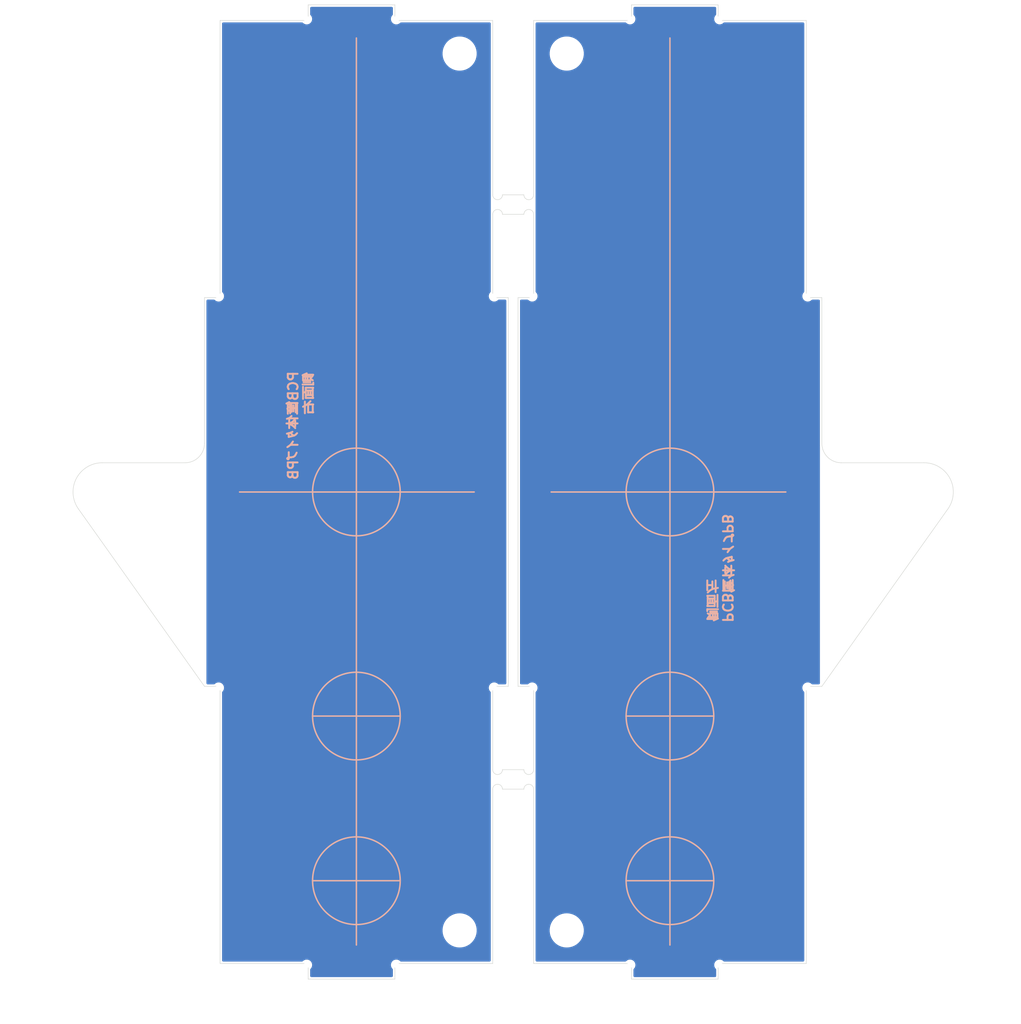
<source format=kicad_pcb>
(kicad_pcb (version 20221018) (generator pcbnew)
  (layers (0 "F.Cu" signal) (31 "B.Cu" signal) (34 "B.Paste" user) (35 "F.Paste" user) (36 "B.SilkS" user "B.Silkscreen") (37 "F.SilkS" user "F.Silkscreen") (38 "B.Mask" user) (39 "F.Mask" user) (44 "Edge.Cuts" user))
  (net 0 "")
  (net 1 "GND")
  (footprint "myFoot:kado_maru" (layer "F.Cu") (at 49 -69.95 -90)
    (fp_text reference "r" hide)
    (fp_text value "h" hide)
    (pad "" np_thru_hole circle (at -0.15 -0.15 270) (size 0.6 0.6) (drill 0.6) (layers "F&B.Cu" "*.Mask"))
  )
  (footprint "myFoot:kado_maru" (layer "F.Cu") (at 38.95 -98.4 -90)
    (fp_text reference "r" hide)
    (fp_text value "h" hide)
    (pad "" np_thru_hole circle (at -0.15 -0.15 270) (size 0.6 0.6) (drill 0.6) (layers "F&B.Cu" "*.Mask"))
  )
  (footprint "myFoot:kado_maru" (layer "F.Cu") (at 81.2 -69.95 -90)
    (fp_text reference "r" hide)
    (fp_text value "h" hide)
    (pad "" np_thru_hole circle (at -0.15 -0.15 270) (size 0.6 0.6) (drill 0.6) (layers "F&B.Cu" "*.Mask"))
  )
  (footprint "myFoot:Hole_0.4mm" (layer "F.Cu") (at 56.6 -95)
    (fp_text reference "r" hide)
    (fp_text value "h" hide)
    (pad "" np_thru_hole circle locked (at 0 0) (size 3 3) (drill 3) (layers "F&B.Cu" "*.Mask"))
  )
  (footprint "myFoot:kado_maru" (layer "F.Cu") (at 49 -30.05 180)
    (fp_text reference "r" hide)
    (fp_text value "h" hide)
    (pad "" np_thru_hole circle (at -0.15 -0.15 180) (size 0.6 0.6) (drill 0.6) (layers "F&B.Cu" "*.Mask"))
  )
  (footprint "myFoot:kado_maru" (layer "F.Cu") (at 53.2 -69.95)
    (fp_text reference "r" hide)
    (fp_text value "h" hide)
    (pad "" np_thru_hole circle (at -0.15 -0.15) (size 0.6 0.6) (drill 0.6) (layers "F&B.Cu" "*.Mask"))
  )
  (footprint "myFoot:kado_maru" (layer "F.Cu") (at 21 -69.95)
    (fp_text reference "r" hide)
    (fp_text value "h" hide)
    (pad "" np_thru_hole circle (at -0.15 -0.15) (size 0.6 0.6) (drill 0.6) (layers "F&B.Cu" "*.Mask"))
  )
  (footprint "myFoot:Hole_0.4mm" (layer "F.Cu") (at 45.6 -95)
    (fp_text reference "r" hide)
    (fp_text value "h" hide)
    (pad "" np_thru_hole circle locked (at 0 0) (size 3 3) (drill 3) (layers "F&B.Cu" "*.Mask"))
  )
  (footprint "myFoot:kado_maru" (layer "F.Cu") (at 81.2 -30.05 180)
    (fp_text reference "r" hide)
    (fp_text value "h" hide)
    (pad "" np_thru_hole circle (at -0.15 -0.15 180) (size 0.6 0.6) (drill 0.6) (layers "F&B.Cu" "*.Mask"))
  )
  (footprint "myFoot:kado_maru" (layer "F.Cu") (at 63.25 -98.4)
    (fp_text reference "r" hide)
    (fp_text value "h" hide)
    (pad "" np_thru_hole circle (at -0.15 -0.15) (size 0.6 0.6) (drill 0.6) (layers "F&B.Cu" "*.Mask"))
  )
  (footprint "myFoot:Hole_0.4mm" (layer "F.Cu") (at 45.6 -5)
    (fp_text reference "r" hide)
    (fp_text value "h" hide)
    (pad "" np_thru_hole circle locked (at 0 0) (size 3 3) (drill 3) (layers "F&B.Cu" "*.Mask"))
  )
  (footprint "myFoot:kado_maru" (layer "F.Cu") (at 72.15 -1.6 180)
    (fp_text reference "r" hide)
    (fp_text value "h" hide)
    (pad "" np_thru_hole circle (at -0.15 -0.15 180) (size 0.6 0.6) (drill 0.6) (layers "F&B.Cu" "*.Mask"))
  )
  (footprint "myFoot:kado_maru" (layer "F.Cu") (at 38.95 -1.6 180)
    (fp_text reference "r" hide)
    (fp_text value "h" hide)
    (pad "" np_thru_hole circle (at -0.15 -0.15 180) (size 0.6 0.6) (drill 0.6) (layers "F&B.Cu" "*.Mask"))
  )
  (footprint "myFoot:Hole_0.4mm" (layer "F.Cu") (at 93.3 -50)
    (fp_text reference "r" hide)
    (fp_text value "h" hide)
    (pad "" np_thru_hole circle locked (at 0 0) (size 2.9 2.9) (drill 2.9) (layers "F&B.Cu" "*.Mask"))
  )
  (footprint "myFoot:kado_maru" (layer "F.Cu") (at 30.05 -1.6 90)
    (fp_text reference "r" hide)
    (fp_text value "h" hide)
    (pad "" np_thru_hole circle (at -0.15 -0.15 90) (size 0.6 0.6) (drill 0.6) (layers "F&B.Cu" "*.Mask"))
  )
  (footprint "myFoot:Hole_0.4mm" (layer "F.Cu") (at 56.6 -5)
    (fp_text reference "r" hide)
    (fp_text value "h" hide)
    (pad "" np_thru_hole circle locked (at 0 0) (size 3 3) (drill 3) (layers "F&B.Cu" "*.Mask"))
  )
  (footprint "myFoot:kado_maru" (layer "F.Cu") (at 63.25 -1.6 90)
    (fp_text reference "r" hide)
    (fp_text value "h" hide)
    (pad "" np_thru_hole circle (at -0.15 -0.15 90) (size 0.6 0.6) (drill 0.6) (layers "F&B.Cu" "*.Mask"))
  )
  (footprint "myFoot:kado_maru" (layer "F.Cu") (at 72.15 -98.4 -90)
    (fp_text reference "r" hide)
    (fp_text value "h" hide)
    (pad "" np_thru_hole circle (at -0.15 -0.15 270) (size 0.6 0.6) (drill 0.6) (layers "F&B.Cu" "*.Mask"))
  )
  (footprint "myFoot:kado_maru" (layer "F.Cu") (at 53.2 -30.05 90)
    (fp_text reference "r" hide)
    (fp_text value "h" hide)
    (pad "" np_thru_hole circle (at -0.15 -0.15 90) (size 0.6 0.6) (drill 0.6) (layers "F&B.Cu" "*.Mask"))
  )
  (footprint "myFoot:kado_maru" (layer "F.Cu") (at 30.05 -98.4)
    (fp_text reference "r" hide)
    (fp_text value "h" hide)
    (pad "" np_thru_hole circle (at -0.15 -0.15) (size 0.6 0.6) (drill 0.6) (layers "F&B.Cu" "*.Mask"))
  )
  (footprint "myFoot:Hole_0.4mm" (layer "F.Cu") (at 8.9 -50)
    (fp_text reference "r" hide)
    (fp_text value "h" hide)
    (pad "" np_thru_hole circle locked (at 0 0) (size 2.9 2.9) (drill 2.9) (layers "F&B.Cu" "*.Mask"))
  )
  (footprint "myFoot:kado_maru" (layer "F.Cu") (at 21 -30.05 90)
    (fp_text reference "r" hide)
    (fp_text value "h" hide)
    (pad "" np_thru_hole circle (at -0.15 -0.15 90) (size 0.6 0.6) (drill 0.6) (layers "F&B.Cu" "*.Mask"))
  )
  (footprint "myFoot:my_pad_6-2mm" (layer "B.Cu") (at 40.4 -97.5 180)
    (fp_text reference "*" hide)
    (fp_text value "p" hide)
    (pad "1" smd circle (at 0 0 180) (size 0.5 0.5) (layers "B.Cu" "B.Mask") (net 1 "GND"))
    (pad "1" smd circle (at 0 0 180) (size 0.5 0.5) (layers "B.Cu" "B.Mask") (net 1 "GND"))
  )
  (footprint "myFoot:my_pad_6-2mm" (layer "B.Cu") (at 60.1 -97.5 180)
    (fp_text reference "*" hide)
    (fp_text value "p" hide)
    (pad "1" smd circle (at 0 0 180) (size 0.5 0.5) (layers "B.Cu" "B.Mask") (net 1 "GND"))
    (pad "1" smd circle (at 0 0 180) (size 0.5 0.5) (layers "B.Cu" "B.Mask") (net 1 "GND"))
  )
  (gr_circle (center 67.2 -50) (end 71.7 -50) (stroke (width 0.15)) (fill none) (layer "B.SilkS"))
  (gr_line (start 62.7 -27) (end 71.7 -27) (stroke (width 0.15)) (layer "B.SilkS"))
  (gr_circle (center 35 -10.1) (end 39.5 -10.1) (stroke (width 0.15)) (fill none) (layer "B.SilkS"))
  (gr_line (start 30.5 -10.1) (end 39.5 -10.1) (stroke (width 0.15)) (layer "B.SilkS"))
  (gr_circle (center 35 -27) (end 39.5 -27) (stroke (width 0.15)) (fill none) (layer "B.SilkS"))
  (gr_circle (center 67.2 -27) (end 71.7 -27) (stroke (width 0.15)) (fill none) (layer "B.SilkS"))
  (gr_line (start 35 -96.6) (end 35 -3.5) (stroke (width 0.15)) (layer "B.SilkS"))
  (gr_circle (center 67.2 -10.1) (end 71.7 -10.1) (stroke (width 0.15)) (fill none) (layer "B.SilkS"))
  (gr_circle (center 35 -50) (end 39.5 -50) (stroke (width 0.15)) (fill none) (layer "B.SilkS"))
  (gr_line (start 67.2 -10.1) (end 71.7 -10.1) (stroke (width 0.15)) (layer "B.SilkS"))
  (gr_line (start 30.5 -27) (end 39.5 -27) (stroke (width 0.15)) (layer "B.SilkS"))
  (gr_line (start 67.2 -10.1) (end 62.7 -10.1) (stroke (width 0.15)) (layer "B.SilkS"))
  (gr_line (start 55 -50) (end 79.1 -50) (stroke (width 0.15)) (layer "B.SilkS"))
  (gr_line (start 23 -50) (end 47.1 -50) (stroke (width 0.15)) (layer "B.SilkS"))
  (gr_line (start 67.2 -96.6) (end 67.2 -3.5) (stroke (width 0.15)) (layer "B.SilkS"))
  (gr_line (start 51.6 -30.05) (end 51.6 -69.95) (stroke (width 0.05)) (layer "Edge.Cuts"))
  (gr_line (start 81.2 -30.05) (end 82.8 -30.05) (stroke (width 0.05)) (layer "Edge.Cuts"))
  (gr_line (start 38.95 -1.6) (end 38.95 0) (stroke (width 0.05)) (layer "Edge.Cuts"))
  (gr_line (start 63.25 -100) (end 63.25 -98.4) (stroke (width 0.05)) (layer "Edge.Cuts"))
  (gr_line (start 63.25 -1.6) (end 53.2 -1.6) (stroke (width 0.05)) (layer "Edge.Cuts"))
  (gr_line (start 53.2 -69.95) (end 51.6 -69.95) (stroke (width 0.05)) (layer "Edge.Cuts"))
  (gr_line (start 38.95 0) (end 30.05 0) (stroke (width 0.05)) (layer "Edge.Cuts"))
  (gr_line (start 72.15 -1.6) (end 72.15 0) (stroke (width 0.05)) (layer "Edge.Cuts"))
  (gr_arc (start 53.2 -21.5) (mid 52.7 -21) (end 52.2 -21.5) (stroke (width 0.05)) (layer "Edge.Cuts"))
  (gr_line (start 49.000004 -78.498012) (end 49 -69.95) (stroke (width 0.05)) (layer "Edge.Cuts"))
  (gr_line (start 30.05 -100) (end 30.05 -98.4) (stroke (width 0.05)) (layer "Edge.Cuts"))
  (gr_arc (start 19.4 -55) (mid 18.814214 -53.585786) (end 17.4 -53) (stroke (width 0.05)) (layer "Edge.Cuts"))
  (gr_line (start 21 -1.6) (end 30.05 -1.6) (stroke (width 0.05)) (layer "Edge.Cuts"))
  (gr_line (start 49 -30.05) (end 49 -21.5) (stroke (width 0.05)) (layer "Edge.Cuts"))
  (gr_arc (start 53.2 -80.5) (mid 52.7 -80) (end 52.2 -80.5) (stroke (width 0.05)) (layer "Edge.Cuts"))
  (gr_arc (start 52.2 -19.5) (mid 52.7 -20) (end 53.2 -19.5) (stroke (width 0.05)) (layer "Edge.Cuts"))
  (gr_line (start 72.15 -100) (end 63.25 -100) (stroke (width 0.05)) (layer "Edge.Cuts"))
  (gr_line (start 81.2 -88.6) (end 81.2 -98.4) (stroke (width 0.05)) (layer "Edge.Cuts"))
  (gr_line (start 38.95 -1.6) (end 49 -1.6) (stroke (width 0.05)) (layer "Edge.Cuts"))
  (gr_line (start 53.2 -30.05) (end 51.6 -30.05) (stroke (width 0.05)) (layer "Edge.Cuts"))
  (gr_line (start 72.15 -100) (end 72.15 -98.4) (stroke (width 0.05)) (layer "Edge.Cuts"))
  (gr_line (start 49 -69.95) (end 50.6 -69.95) (stroke (width 0.05)) (layer "Edge.Cuts"))
  (gr_line (start 21 -98.4) (end 30.05 -98.4) (stroke (width 0.05)) (layer "Edge.Cuts"))
  (gr_line (start 53.2 -98.4) (end 53.199996 -80.501988) (stroke (width 0.05)) (layer "Edge.Cuts"))
  (gr_line (start 52.2 -78.5) (end 50 -78.5) (stroke (width 0.05)) (layer "Edge.Cuts"))
  (gr_arc (start 49 -19.5) (mid 49.5 -20) (end 50 -19.5) (stroke (width 0.05)) (layer "Edge.Cuts"))
  (gr_line (start 81.2 -18.5) (end 81.2 -30.05) (stroke (width 0.05)) (layer "Edge.Cuts"))
  (gr_line (start 53.2 -78.5) (end 53.2 -69.95) (stroke (width 0.05)) (layer "Edge.Cuts"))
  (gr_line (start 49 -30.05) (end 50.6 -30.05) (stroke (width 0.05)) (layer "Edge.Cuts"))
  (gr_arc (start 49 -78.5) (mid 49.5 -79) (end 50 -78.5) (stroke (width 0.05)) (layer "Edge.Cuts"))
  (gr_line (start 50 -21.5) (end 52.2 -21.5) (stroke (width 0.05)) (layer "Edge.Cuts"))
  (gr_arc (start 6.452539 -48.265083) (mid 6.234972 -51.377543) (end 8.9 -53) (stroke (width 0.05)) (layer "Edge.Cuts"))
  (gr_line (start 63.25 -98.4) (end 53.2 -98.4) (stroke (width 0.05)) (layer "Edge.Cuts"))
  (gr_arc (start 93.3 -53) (mid 95.965028 -51.377543) (end 95.747461 -48.265083) (stroke (width 0.05)) (layer "Edge.Cuts"))
  (gr_arc (start 52.2 -78.5) (mid 52.7 -79) (end 53.2 -78.5) (stroke (width 0.05)) (layer "Edge.Cuts"))
  (gr_line (start 82.8 -30.05) (end 95.747461 -48.265083) (stroke (width 0.05)) (layer "Edge.Cuts"))
  (gr_line (start 30.05 -100) (end 38.95 -100) (stroke (width 0.05)) (layer "Edge.Cuts"))
  (gr_line (start 49 -98.4) (end 49 -80.5) (stroke (width 0.05)) (layer "Edge.Cuts"))
  (gr_line (start 63.25 0) (end 72.15 0) (stroke (width 0.05)) (layer "Edge.Cuts"))
  (gr_line (start 50.6 -30.05) (end 50.6 -69.95) (stroke (width 0.05)) (layer "Edge.Cuts"))
  (gr_line (start 21 -30.05) (end 19.4 -30.05) (stroke (width 0.05)) (layer "Edge.Cuts"))
  (gr_line (start 50 -80.5) (end 52.2 -80.5) (stroke (width 0.05)) (layer "Edge.Cuts"))
  (gr_line (start 19.4 -69.95) (end 21 -69.95) (stroke (width 0.05)) (layer "Edge.Cuts"))
  (gr_line (start 81.2 -1.6) (end 72.15 -1.6) (stroke (width 0.05)) (layer "Edge.Cuts"))
  (gr_line (start 30.05 -1.6) (end 30.05 0) (stroke (width 0.05)) (layer "Edge.Cuts"))
  (gr_line (start 63.25 -1.6) (end 63.25 0) (stroke (width 0.05)) (layer "Edge.Cuts"))
  (gr_line (start 19.4 -69.95) (end 19.4 -55) (stroke (width 0.05)) (layer "Edge.Cuts"))
  (gr_line (start 82.8 -69.95) (end 82.8 -55) (stroke (width 0.05)) (layer "Edge.Cuts"))
  (gr_line (start 38.95 -100) (end 38.95 -98.4) (stroke (width 0.05)) (layer "Edge.Cuts"))
  (gr_arc (start 50 -80.5) (mid 49.5 -80) (end 49 -80.5) (stroke (width 0.05)) (layer "Edge.Cuts"))
  (gr_arc (start 84.8 -53) (mid 83.385786 -53.585786) (end 82.8 -55) (stroke (width 0.05)) (layer "Edge.Cuts"))
  (gr_line (start 81.2 -88.6) (end 81.2 -69.95) (stroke (width 0.05)) (layer "Edge.Cuts"))
  (gr_line (start 82.8 -69.95) (end 81.2 -69.95) (stroke (width 0.05)) (layer "Edge.Cuts"))
  (gr_line (start 17.4 -53) (end 8.9 -53) (stroke (width 0.05)) (layer "Edge.Cuts"))
  (gr_line (start 49 -19.498012) (end 49 -1.6) (stroke (width 0.05)) (layer "Edge.Cuts"))
  (gr_line (start 53.2 -30.05) (end 53.2 -21.501988) (stroke (width 0.05)) (layer "Edge.Cuts"))
  (gr_line (start 81.2 -98.4) (end 72.15 -98.4) (stroke (width 0.05)) (layer "Edge.Cuts"))
  (gr_line (start 52.2 -19.5) (end 50 -19.5) (stroke (width 0.05)) (layer "Edge.Cuts"))
  (gr_line (start 38.95 -98.4) (end 49 -98.4) (stroke (width 0.05)) (layer "Edge.Cuts"))
  (gr_arc (start 50 -21.5) (mid 49.5 -21) (end 49 -21.5) (stroke (width 0.05)) (layer "Edge.Cuts"))
  (gr_line (start 19.4 -30.05) (end 6.452539 -48.265083) (stroke (width 0.05)) (layer "Edge.Cuts"))
  (gr_line (start 21 -98.4) (end 21 -69.95) (stroke (width 0.05)) (layer "Edge.Cuts"))
  (gr_line (start 21 -30.05) (end 21 -1.6) (stroke (width 0.05)) (layer "Edge.Cuts"))
  (gr_line (start 53.2 -19.5) (end 53.2 -1.6) (stroke (width 0.05)) (layer "Edge.Cuts"))
  (gr_line (start 84.8 -53) (end 93.3 -53) (stroke (width 0.05)) (layer "Edge.Cuts"))
  (gr_line (start 81.2 -18.5) (end 81.2 -1.6) (stroke (width 0.05)) (layer "Edge.Cuts"))
  (gr_text "PCB筐体タイプPB\n側面左" (at 70.9 -36.5 -90) (layer "B.SilkS") (effects (font (size 1 1) (thickness 0.2) bold) (justify left bottom mirror)))
  (gr_text "PCB筐体タイプPB\n側面右" (at 30.7 -62.5 90) (layer "B.SilkS") (effects (font (size 1 1) (thickness 0.2) bold) (justify left bottom mirror)))
  (zone (net 0) (net_name "") (layers "F&B.Cu") (connect_pads yes (clearance 0)) (min_thickness 0.25)
    (keepout (tracks not_allowed) (vias not_allowed) (pads not_allowed) (copperpour not_allowed) (footprints allowed))
    (fill (thermal_gap 0.508) (thermal_bridge_width 0.508))
    (polygon (pts (xy 53.4 -78) (xy 48.8 -78) (xy 48.8 -81) (xy 53.4 -81)))
  )
  (zone (net 0) (net_name "") (layers "F&B.Cu") (connect_pads yes (clearance 0)) (min_thickness 0.25)
    (keepout (tracks not_allowed) (vias not_allowed) (pads not_allowed) (copperpour not_allowed) (footprints allowed))
    (fill (thermal_gap 0.508) (thermal_bridge_width 0.508))
    (polygon (pts (xy 53.4 -19) (xy 48.8 -19) (xy 48.8 -22) (xy 53.4 -22)))
  )
  (zone (net 0) (net_name "") (layers "F&B.Cu") (connect_pads yes (clearance 0)) (min_thickness 0.25)
    (keepout (tracks not_allowed) (vias not_allowed) (pads not_allowed) (copperpour not_allowed) (footprints allowed))
    (fill (thermal_gap 0.508) (thermal_bridge_width 0.508))
    (polygon (pts (xy 19.6 -30) (xy 4.9 -30) (xy 4.9 -55.1) (xy 19.6 -55.1)))
  )
  (zone (net 0) (net_name "") (layers "F&B.Cu") (connect_pads yes (clearance 0)) (min_thickness 0.25)
    (keepout (tracks not_allowed) (vias not_allowed) (pads not_allowed) (copperpour not_allowed) (footprints allowed))
    (fill (thermal_gap 0.508) (thermal_bridge_width 0.508))
    (polygon (pts (xy 97.3 -30) (xy 82.6 -30) (xy 82.6 -55.1) (xy 97.3 -55.1)))
  )
  (zone (net 1) (net_name "GND") (layer "B.Cu") (connect_pads yes (clearance 0.25)) (min_thickness 0.25) (fill yes (thermal_gap 0.508) (thermal_bridge_width 0.508))
    (polygon (pts (xy 100.4 1.5) (xy -1.6 1.5) (xy -1.6 -100.5) (xy 100.4 -100.5)))
  )
)
</source>
